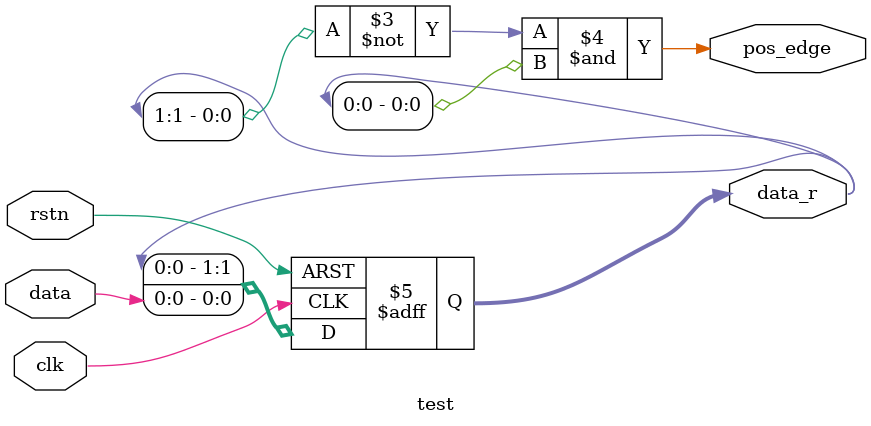
<source format=v>
`timescale 1ns / 1ps


module TIMER#(parameter k = 10000,max = 2000)( 
    input [31:0]tc,//¶¨Ê±³£Êý
    input st,//Æô¶¯¶¨Ê±
    input clk,//Ê±ÖÓ
    input rstn,//¸´Î»
    output [31:0]q,//Êä³öµÄ¼ÆÊ±Êý×Ö
    output reg td//¶¨Ê±½áÊø±êÖ¾
    );
    wire y1,z,y2;
    reg ce;
    reg pe;
    //DB db(.x(st),.clk(clk),.rstn(rstn),.y(z));//È¥¶¶¶¯
    //FreD #(.k(k)) FD1(.clk(clk),.rstn(rstn),.y(y1));//·ÖÆµÆ÷
   
    CNT cnt2(.rstn(rstn),.pe(pe),.ce(ce),.d(tc),.q(q),.clk(clk)); //¼ÆÊýÆ÷
    
    initial begin  td <= 1;end
    
    always @(posedge z or negedge rstn or posedge y1)
    begin
    if(!rstn) pe <= 0;//»¹Ô­
    else if(z)  pe <= 1;//ÔÊÐí¸³Öµ
    else if(q == tc) pe <= 0;//¸³Öµ½áÊø
    end

    always @(posedge z or negedge rstn or posedge clk)
    begin
    if(!rstn)  td <= 1;//»¹Ô­
    else if(z)  td <= 0;//¿ªÊ¼¶¨Ê±
    else if(q == 32'h0 && !pe) td <= 1;//¶¨Ê±½áÊø
    end
    wire pedge;
    test test1(.clk(clk),.rstn(rstn),.data(y1),.pos_edge(pedge));//Ñ°ÕÒÉÏÉýÑØ
    always @(pedge or rstn or td) begin
    if(!rstn || td) ce <= 0;//»¹Ô­
    else if(pedge) ce <= 1;//ÕÒµ½ÉÏÉýÑØ£¬ÔÊÐí¼ÆÊý
    else ce <= 0;//Ã»ÕÒµ½£¬²»ÔÊÐí¼ÆÊý
    end
endmodule

module test(input       clk,
	    input       rstn,
		input       data,
		output      pos_edge,    //ÉÏÉýÑØ
		//output      neg_edge,  //ÏÂ½µÑØ  
		//output      data_edge,  //Êý¾ÝÑØ
		output reg     [1:0]   data_r      );
	//ÉèÖÃÁ½¸ö¼Ä´æÆ÷£¬ÊµÏÖÇ°ºóµçÆ½×´Ì¬µÄ¼Ä´æ
	//Ïàµ±ÓÚ¶Ôdat_i ´òÁ½ÅÄ
	always @(posedge clk or negedge rstn)begin
	    if(rstn == 1'b0)begin
	        data_r <= 2'b00;
	    end
	    else begin
	        data_r <= {data_r[0], data};    //{Ç°Ò»×´Ì¬£¬ºóÒ»×´Ì¬}  
	    end
	end
	//×éºÏÂß¼­½øÐÐ±ßÑØ¼ì²â
	//data_r[1]±íÊ¾Ç°Ò»×´Ì¬£¬data_r[0]±íÊ¾ºóÒ»×´Ì¬
	assign  pos_edge = ~data_r[1] & data_r[0];
	//assign  neg_edge = data_r[1] & ~data_r[0];
	//assign  data_edge = pos_edge | neg_edge;
	
endmodule
</source>
